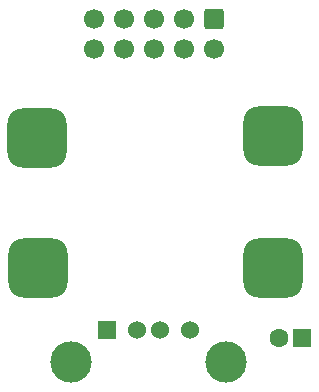
<source format=gbr>
%TF.GenerationSoftware,KiCad,Pcbnew,8.0.5*%
%TF.CreationDate,2024-12-20T11:43:53+13:00*%
%TF.ProjectId,eurorack_to_usb_MP1584EN,6575726f-7261-4636-9b5f-746f5f757362,rev?*%
%TF.SameCoordinates,Original*%
%TF.FileFunction,Soldermask,Top*%
%TF.FilePolarity,Negative*%
%FSLAX46Y46*%
G04 Gerber Fmt 4.6, Leading zero omitted, Abs format (unit mm)*
G04 Created by KiCad (PCBNEW 8.0.5) date 2024-12-20 11:43:53*
%MOMM*%
%LPD*%
G01*
G04 APERTURE LIST*
G04 Aperture macros list*
%AMRoundRect*
0 Rectangle with rounded corners*
0 $1 Rounding radius*
0 $2 $3 $4 $5 $6 $7 $8 $9 X,Y pos of 4 corners*
0 Add a 4 corners polygon primitive as box body*
4,1,4,$2,$3,$4,$5,$6,$7,$8,$9,$2,$3,0*
0 Add four circle primitives for the rounded corners*
1,1,$1+$1,$2,$3*
1,1,$1+$1,$4,$5*
1,1,$1+$1,$6,$7*
1,1,$1+$1,$8,$9*
0 Add four rect primitives between the rounded corners*
20,1,$1+$1,$2,$3,$4,$5,0*
20,1,$1+$1,$4,$5,$6,$7,0*
20,1,$1+$1,$6,$7,$8,$9,0*
20,1,$1+$1,$8,$9,$2,$3,0*%
G04 Aperture macros list end*
%ADD10R,1.524000X1.524000*%
%ADD11C,1.524000*%
%ADD12C,3.500000*%
%ADD13R,1.600000X1.600000*%
%ADD14C,1.600000*%
%ADD15R,1.700000X1.700000*%
%ADD16O,1.700000X1.700000*%
%ADD17RoundRect,1.250000X-1.250000X-1.250000X1.250000X-1.250000X1.250000X1.250000X-1.250000X1.250000X0*%
%ADD18RoundRect,0.250000X-0.600000X0.600000X-0.600000X-0.600000X0.600000X-0.600000X0.600000X0.600000X0*%
%ADD19C,1.700000*%
G04 APERTURE END LIST*
D10*
%TO.C,J2*%
X144930000Y-106290000D03*
D11*
X147430000Y-106290000D03*
X149430000Y-106290000D03*
X151930000Y-106290000D03*
D12*
X141860000Y-109000000D03*
X155000000Y-109000000D03*
%TD*%
D13*
%TO.C,C1*%
X161455112Y-107000000D03*
D14*
X159455112Y-107000000D03*
%TD*%
D15*
%TO.C,J3*%
X158194800Y-88413400D03*
D16*
X158194800Y-91105800D03*
D17*
X158950000Y-89900000D03*
D16*
X158245600Y-102205600D03*
D15*
X158271000Y-99589400D03*
D17*
X159000000Y-101000000D03*
X139100000Y-101050000D03*
D15*
X140059200Y-99716400D03*
D16*
X140100000Y-102450000D03*
D17*
X139000000Y-90050000D03*
D16*
X139856000Y-91359800D03*
D15*
X139906800Y-88591200D03*
%TD*%
D18*
%TO.C,J1*%
X154000000Y-80000000D03*
D19*
X154000000Y-82540000D03*
X151460000Y-80000000D03*
X151460000Y-82540000D03*
X148920000Y-80000000D03*
X148920000Y-82540000D03*
X146380000Y-80000000D03*
X146380000Y-82540000D03*
X143840000Y-80000000D03*
X143840000Y-82540000D03*
%TD*%
M02*

</source>
